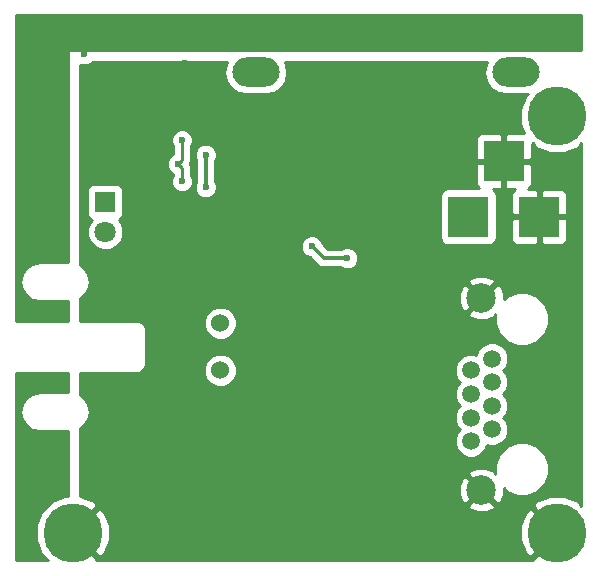
<source format=gbl>
G04 #@! TF.FileFunction,Copper,L2,Bot,Signal*
%FSLAX46Y46*%
G04 Gerber Fmt 4.6, Leading zero omitted, Abs format (unit mm)*
G04 Created by KiCad (PCBNEW 4.0.5) date Sun Feb  5 17:43:36 2017*
%MOMM*%
%LPD*%
G01*
G04 APERTURE LIST*
%ADD10C,0.100000*%
%ADD11R,3.500000X3.500000*%
%ADD12R,1.800000X1.800000*%
%ADD13C,1.800000*%
%ADD14O,4.000500X2.499360*%
%ADD15C,5.000000*%
%ADD16C,1.500000*%
%ADD17C,2.500000*%
%ADD18C,1.524000*%
%ADD19C,0.600000*%
%ADD20C,0.250000*%
%ADD21C,0.300000*%
%ADD22C,0.254000*%
G04 APERTURE END LIST*
D10*
D11*
X179000000Y-100250000D03*
X185000000Y-100250000D03*
X182000000Y-95550000D03*
D12*
X148250000Y-99000000D03*
D13*
X148250000Y-101540000D03*
D14*
X183000740Y-88000000D03*
X160999260Y-88000000D03*
D15*
X186500000Y-127000000D03*
X145500000Y-127000000D03*
X186500000Y-91750000D03*
D16*
X181000000Y-112250000D03*
X179220000Y-113250000D03*
X181000000Y-114250000D03*
X179220000Y-115250000D03*
X181000000Y-116250000D03*
X179220000Y-117250000D03*
X181000000Y-118250000D03*
X179220000Y-119250000D03*
D17*
X180110000Y-107120000D03*
X180110000Y-123380000D03*
D18*
X158000000Y-113250000D03*
X158000000Y-109250000D03*
D19*
X159250000Y-94500000D03*
X152750000Y-93750000D03*
X167500000Y-121250000D03*
X150500000Y-96750000D03*
X156250000Y-100500000D03*
X155500000Y-101750000D03*
X153000000Y-107000000D03*
X148500000Y-106250000D03*
X165000000Y-122750000D03*
X172800000Y-112400000D03*
X172800000Y-108800000D03*
X167400000Y-108200000D03*
X149000000Y-122800000D03*
X154750000Y-123250000D03*
X164000000Y-110250000D03*
X157250000Y-106000000D03*
X174250000Y-101250000D03*
X163000000Y-98750000D03*
X162750000Y-96250000D03*
X152000000Y-88250000D03*
X151250000Y-94250000D03*
X155000000Y-87250000D03*
X156000000Y-88500000D03*
X159000000Y-95250000D03*
X171500000Y-94250000D03*
X167750000Y-95500000D03*
X167250000Y-96500000D03*
X169000000Y-98500000D03*
X174438393Y-97324999D03*
X158250000Y-119000000D03*
X160500000Y-122500000D03*
X161000000Y-126000000D03*
X162500000Y-125000000D03*
X161000000Y-124000000D03*
X158750000Y-122250000D03*
X168000000Y-106000000D03*
X167500000Y-105250000D03*
X165250000Y-99500000D03*
X164750000Y-100250000D03*
X144750000Y-114000000D03*
X144750000Y-108500000D03*
X168750000Y-103750000D03*
X165750000Y-102750000D03*
X163750000Y-86000000D03*
X169000000Y-86000000D03*
X144750000Y-122500000D03*
X146500000Y-86500000D03*
X146500000Y-83500000D03*
X147250000Y-85000000D03*
X154750000Y-93750000D03*
X154749994Y-97250000D03*
X154390000Y-95775999D03*
X156749996Y-95000000D03*
X156750000Y-97750000D03*
D20*
X145500000Y-127000000D02*
X149000000Y-123500000D01*
X149000000Y-123500000D02*
X149000000Y-122800000D01*
D21*
X145250000Y-127500000D02*
X145000000Y-127500000D01*
X165750000Y-102750000D02*
X166750000Y-103750000D01*
X166750000Y-103750000D02*
X168750000Y-103750000D01*
D20*
X154750000Y-94174264D02*
X154750000Y-93750000D01*
X154750000Y-95415999D02*
X154750000Y-94174264D01*
X154390000Y-95775999D02*
X154750000Y-95415999D01*
X154749994Y-96135993D02*
X154749994Y-96825736D01*
X154390000Y-95775999D02*
X154749994Y-96135993D01*
X154749994Y-96825736D02*
X154749994Y-97250000D01*
D21*
X156750000Y-95000004D02*
X156749996Y-95000000D01*
X156750000Y-97750000D02*
X156750000Y-95000004D01*
D22*
G36*
X158455845Y-87278764D02*
X158312382Y-88000000D01*
X158455845Y-88721236D01*
X158864392Y-89332670D01*
X159475826Y-89741217D01*
X160197062Y-89884680D01*
X161801458Y-89884680D01*
X162522694Y-89741217D01*
X163134128Y-89332670D01*
X163542675Y-88721236D01*
X163686138Y-88000000D01*
X163542675Y-87278764D01*
X163441270Y-87127000D01*
X180558730Y-87127000D01*
X180457325Y-87278764D01*
X180313862Y-88000000D01*
X180457325Y-88721236D01*
X180865872Y-89332670D01*
X181477306Y-89741217D01*
X182198542Y-89884680D01*
X183802938Y-89884680D01*
X184051900Y-89835158D01*
X183841436Y-89975421D01*
X183364706Y-91127892D01*
X183365295Y-92375072D01*
X183692494Y-93165000D01*
X182285750Y-93165000D01*
X182127000Y-93323750D01*
X182127000Y-95423000D01*
X184226250Y-95423000D01*
X184385000Y-95264250D01*
X184385000Y-94044608D01*
X184443726Y-93985882D01*
X184725421Y-94408564D01*
X185877892Y-94885294D01*
X187125072Y-94884705D01*
X188274579Y-94408564D01*
X188556274Y-93985882D01*
X188565000Y-93994608D01*
X188565000Y-124755392D01*
X188556274Y-124764118D01*
X188274579Y-124341436D01*
X187122108Y-123864706D01*
X185874928Y-123865295D01*
X184725421Y-124341436D01*
X184443725Y-124764120D01*
X186500000Y-126820395D01*
X186514143Y-126806253D01*
X186693748Y-126985858D01*
X186679605Y-127000000D01*
X186693748Y-127014143D01*
X186514143Y-127193748D01*
X186500000Y-127179605D01*
X184443725Y-129235880D01*
X184496454Y-129315000D01*
X147503546Y-129315000D01*
X147556275Y-129235880D01*
X146127000Y-127806605D01*
X146127000Y-127447395D01*
X147735880Y-129056275D01*
X148158564Y-128774579D01*
X148635294Y-127622108D01*
X148634707Y-126377892D01*
X183364706Y-126377892D01*
X183365295Y-127625072D01*
X183841436Y-128774579D01*
X184264120Y-129056275D01*
X186320395Y-127000000D01*
X184264120Y-124943725D01*
X183841436Y-125225421D01*
X183364706Y-126377892D01*
X148634707Y-126377892D01*
X148634705Y-126374928D01*
X148158564Y-125225421D01*
X147735880Y-124943725D01*
X146127000Y-126552605D01*
X146127000Y-126193395D01*
X147556275Y-124764120D01*
X147522420Y-124713320D01*
X178956285Y-124713320D01*
X179085533Y-125006123D01*
X179785806Y-125274388D01*
X180535435Y-125254250D01*
X181134467Y-125006123D01*
X181263715Y-124713320D01*
X180110000Y-123559605D01*
X178956285Y-124713320D01*
X147522420Y-124713320D01*
X147274579Y-124341436D01*
X146127000Y-123866730D01*
X146127000Y-123055806D01*
X178215612Y-123055806D01*
X178235750Y-123805435D01*
X178483877Y-124404467D01*
X178776680Y-124533715D01*
X179930395Y-123380000D01*
X178776680Y-122226285D01*
X178483877Y-122355533D01*
X178215612Y-123055806D01*
X146127000Y-123055806D01*
X146127000Y-122046680D01*
X178956285Y-122046680D01*
X180110000Y-123200395D01*
X180124143Y-123186253D01*
X180303748Y-123365858D01*
X180289605Y-123380000D01*
X181443320Y-124533715D01*
X181736123Y-124404467D01*
X182004388Y-123704194D01*
X181992142Y-123248355D01*
X182258141Y-123514818D01*
X183088486Y-123859607D01*
X183987570Y-123860391D01*
X184818515Y-123517052D01*
X185454818Y-122881859D01*
X185799607Y-122051514D01*
X185800391Y-121152430D01*
X185457052Y-120321485D01*
X184821859Y-119685182D01*
X183991514Y-119340393D01*
X183092430Y-119339609D01*
X182261485Y-119682948D01*
X181625182Y-120318141D01*
X181280393Y-121148486D01*
X181279624Y-122030768D01*
X181263714Y-122046678D01*
X181134467Y-121753877D01*
X180434194Y-121485612D01*
X179684565Y-121505750D01*
X179085533Y-121753877D01*
X178956285Y-122046680D01*
X146127000Y-122046680D01*
X146127000Y-118130387D01*
X146462640Y-117906120D01*
X146817063Y-117375687D01*
X146941520Y-116750000D01*
X146817063Y-116124313D01*
X146462640Y-115593880D01*
X146127000Y-115369613D01*
X146127000Y-113526661D01*
X156602758Y-113526661D01*
X156814990Y-114040303D01*
X157207630Y-114433629D01*
X157720900Y-114646757D01*
X158276661Y-114647242D01*
X158790303Y-114435010D01*
X159183629Y-114042370D01*
X159396757Y-113529100D01*
X159396761Y-113524285D01*
X177834760Y-113524285D01*
X178045169Y-114033515D01*
X178261313Y-114250036D01*
X178046539Y-114464436D01*
X177835241Y-114973298D01*
X177834760Y-115524285D01*
X178045169Y-116033515D01*
X178261313Y-116250036D01*
X178046539Y-116464436D01*
X177835241Y-116973298D01*
X177834760Y-117524285D01*
X178045169Y-118033515D01*
X178261313Y-118250036D01*
X178046539Y-118464436D01*
X177835241Y-118973298D01*
X177834760Y-119524285D01*
X178045169Y-120033515D01*
X178434436Y-120423461D01*
X178943298Y-120634759D01*
X179494285Y-120635240D01*
X180003515Y-120424831D01*
X180393461Y-120035564D01*
X180583921Y-119576885D01*
X180723298Y-119634759D01*
X181274285Y-119635240D01*
X181783515Y-119424831D01*
X182173461Y-119035564D01*
X182384759Y-118526702D01*
X182385240Y-117975715D01*
X182174831Y-117466485D01*
X181958687Y-117249964D01*
X182173461Y-117035564D01*
X182384759Y-116526702D01*
X182385240Y-115975715D01*
X182174831Y-115466485D01*
X181958687Y-115249964D01*
X182173461Y-115035564D01*
X182384759Y-114526702D01*
X182385240Y-113975715D01*
X182174831Y-113466485D01*
X181958687Y-113249964D01*
X182173461Y-113035564D01*
X182384759Y-112526702D01*
X182385240Y-111975715D01*
X182174831Y-111466485D01*
X181785564Y-111076539D01*
X181276702Y-110865241D01*
X180725715Y-110864760D01*
X180216485Y-111075169D01*
X179826539Y-111464436D01*
X179636079Y-111923115D01*
X179496702Y-111865241D01*
X178945715Y-111864760D01*
X178436485Y-112075169D01*
X178046539Y-112464436D01*
X177835241Y-112973298D01*
X177834760Y-113524285D01*
X159396761Y-113524285D01*
X159397242Y-112973339D01*
X159185010Y-112459697D01*
X158792370Y-112066371D01*
X158279100Y-111853243D01*
X157723339Y-111852758D01*
X157209697Y-112064990D01*
X156816371Y-112457630D01*
X156603243Y-112970900D01*
X156602758Y-113526661D01*
X146127000Y-113526661D01*
X146127000Y-113435000D01*
X151000000Y-113435000D01*
X151262138Y-113382857D01*
X151484368Y-113234368D01*
X151632857Y-113012138D01*
X151685000Y-112750000D01*
X151685000Y-109750000D01*
X151640575Y-109526661D01*
X156602758Y-109526661D01*
X156814990Y-110040303D01*
X157207630Y-110433629D01*
X157720900Y-110646757D01*
X158276661Y-110647242D01*
X158790303Y-110435010D01*
X159183629Y-110042370D01*
X159396757Y-109529100D01*
X159397242Y-108973339D01*
X159185010Y-108459697D01*
X159178645Y-108453320D01*
X178956285Y-108453320D01*
X179085533Y-108746123D01*
X179785806Y-109014388D01*
X180535435Y-108994250D01*
X181134467Y-108746123D01*
X181263714Y-108453322D01*
X181280374Y-108469982D01*
X181279609Y-109347570D01*
X181622948Y-110178515D01*
X182258141Y-110814818D01*
X183088486Y-111159607D01*
X183987570Y-111160391D01*
X184818515Y-110817052D01*
X185454818Y-110181859D01*
X185799607Y-109351514D01*
X185800391Y-108452430D01*
X185457052Y-107621485D01*
X184821859Y-106985182D01*
X183991514Y-106640393D01*
X183092430Y-106639609D01*
X182261485Y-106982948D01*
X181999035Y-107244940D01*
X181984250Y-106694565D01*
X181736123Y-106095533D01*
X181443320Y-105966285D01*
X180289605Y-107120000D01*
X180303748Y-107134143D01*
X180124143Y-107313748D01*
X180110000Y-107299605D01*
X178956285Y-108453320D01*
X159178645Y-108453320D01*
X158792370Y-108066371D01*
X158279100Y-107853243D01*
X157723339Y-107852758D01*
X157209697Y-108064990D01*
X156816371Y-108457630D01*
X156603243Y-108970900D01*
X156602758Y-109526661D01*
X151640575Y-109526661D01*
X151632857Y-109487862D01*
X151484368Y-109265632D01*
X151262138Y-109117143D01*
X151000000Y-109065000D01*
X146127000Y-109065000D01*
X146127000Y-107130387D01*
X146462640Y-106906120D01*
X146536349Y-106795806D01*
X178215612Y-106795806D01*
X178235750Y-107545435D01*
X178483877Y-108144467D01*
X178776680Y-108273715D01*
X179930395Y-107120000D01*
X178776680Y-105966285D01*
X178483877Y-106095533D01*
X178215612Y-106795806D01*
X146536349Y-106795806D01*
X146817063Y-106375687D01*
X146934223Y-105786680D01*
X178956285Y-105786680D01*
X180110000Y-106940395D01*
X181263715Y-105786680D01*
X181134467Y-105493877D01*
X180434194Y-105225612D01*
X179684565Y-105245750D01*
X179085533Y-105493877D01*
X178956285Y-105786680D01*
X146934223Y-105786680D01*
X146941520Y-105750000D01*
X146817063Y-105124313D01*
X146462640Y-104593880D01*
X146127000Y-104369613D01*
X146127000Y-98100000D01*
X146702560Y-98100000D01*
X146702560Y-99900000D01*
X146746838Y-100135317D01*
X146885910Y-100351441D01*
X147098110Y-100496431D01*
X147118534Y-100500567D01*
X146949449Y-100669357D01*
X146715267Y-101233330D01*
X146714735Y-101843991D01*
X146947932Y-102408371D01*
X147379357Y-102840551D01*
X147943330Y-103074733D01*
X148553991Y-103075265D01*
X148893054Y-102935167D01*
X164814838Y-102935167D01*
X164956883Y-103278943D01*
X165219673Y-103542192D01*
X165563201Y-103684838D01*
X165574690Y-103684848D01*
X166194921Y-104305079D01*
X166449594Y-104475245D01*
X166750000Y-104535001D01*
X166750005Y-104535000D01*
X168212494Y-104535000D01*
X168219673Y-104542192D01*
X168563201Y-104684838D01*
X168935167Y-104685162D01*
X169278943Y-104543117D01*
X169542192Y-104280327D01*
X169684838Y-103936799D01*
X169685162Y-103564833D01*
X169543117Y-103221057D01*
X169280327Y-102957808D01*
X168936799Y-102815162D01*
X168564833Y-102814838D01*
X168221057Y-102956883D01*
X168212926Y-102965000D01*
X167075158Y-102965000D01*
X166685153Y-102574995D01*
X166685162Y-102564833D01*
X166543117Y-102221057D01*
X166280327Y-101957808D01*
X165936799Y-101815162D01*
X165564833Y-101814838D01*
X165221057Y-101956883D01*
X164957808Y-102219673D01*
X164815162Y-102563201D01*
X164814838Y-102935167D01*
X148893054Y-102935167D01*
X149118371Y-102842068D01*
X149550551Y-102410643D01*
X149784733Y-101846670D01*
X149785265Y-101236009D01*
X149552068Y-100671629D01*
X149384120Y-100503387D01*
X149385317Y-100503162D01*
X149601441Y-100364090D01*
X149746431Y-100151890D01*
X149797440Y-99900000D01*
X149797440Y-98100000D01*
X149753162Y-97864683D01*
X149614090Y-97648559D01*
X149401890Y-97503569D01*
X149150000Y-97452560D01*
X147350000Y-97452560D01*
X147114683Y-97496838D01*
X146898559Y-97635910D01*
X146753569Y-97848110D01*
X146702560Y-98100000D01*
X146127000Y-98100000D01*
X146127000Y-95961166D01*
X153454838Y-95961166D01*
X153596883Y-96304942D01*
X153859673Y-96568191D01*
X153989994Y-96622305D01*
X153989994Y-96687537D01*
X153957802Y-96719673D01*
X153815156Y-97063201D01*
X153814832Y-97435167D01*
X153956877Y-97778943D01*
X154219667Y-98042192D01*
X154563195Y-98184838D01*
X154935161Y-98185162D01*
X155278937Y-98043117D01*
X155542186Y-97780327D01*
X155684832Y-97436799D01*
X155685156Y-97064833D01*
X155543111Y-96721057D01*
X155509994Y-96687882D01*
X155509994Y-96135993D01*
X155475543Y-95962798D01*
X155452142Y-95845153D01*
X155405935Y-95776000D01*
X155452148Y-95706838D01*
X155510000Y-95415999D01*
X155510000Y-95185167D01*
X155814834Y-95185167D01*
X155956879Y-95528943D01*
X155965000Y-95537078D01*
X155965000Y-97212494D01*
X155957808Y-97219673D01*
X155815162Y-97563201D01*
X155814838Y-97935167D01*
X155956883Y-98278943D01*
X156219673Y-98542192D01*
X156563201Y-98684838D01*
X156935167Y-98685162D01*
X157278943Y-98543117D01*
X157322135Y-98500000D01*
X176602560Y-98500000D01*
X176602560Y-102000000D01*
X176646838Y-102235317D01*
X176785910Y-102451441D01*
X176998110Y-102596431D01*
X177250000Y-102647440D01*
X180750000Y-102647440D01*
X180985317Y-102603162D01*
X181201441Y-102464090D01*
X181346431Y-102251890D01*
X181397440Y-102000000D01*
X181397440Y-100535750D01*
X182615000Y-100535750D01*
X182615000Y-102126310D01*
X182711673Y-102359699D01*
X182890302Y-102538327D01*
X183123691Y-102635000D01*
X184714250Y-102635000D01*
X184873000Y-102476250D01*
X184873000Y-100377000D01*
X185127000Y-100377000D01*
X185127000Y-102476250D01*
X185285750Y-102635000D01*
X186876309Y-102635000D01*
X187109698Y-102538327D01*
X187288327Y-102359699D01*
X187385000Y-102126310D01*
X187385000Y-100535750D01*
X187226250Y-100377000D01*
X185127000Y-100377000D01*
X184873000Y-100377000D01*
X182773750Y-100377000D01*
X182615000Y-100535750D01*
X181397440Y-100535750D01*
X181397440Y-98500000D01*
X181353162Y-98264683D01*
X181214090Y-98048559D01*
X181047891Y-97935000D01*
X181714250Y-97935000D01*
X181873000Y-97776250D01*
X181873000Y-95677000D01*
X182127000Y-95677000D01*
X182127000Y-97776250D01*
X182285750Y-97935000D01*
X182954696Y-97935000D01*
X182890302Y-97961673D01*
X182711673Y-98140301D01*
X182615000Y-98373690D01*
X182615000Y-99964250D01*
X182773750Y-100123000D01*
X184873000Y-100123000D01*
X184873000Y-98023750D01*
X185127000Y-98023750D01*
X185127000Y-100123000D01*
X187226250Y-100123000D01*
X187385000Y-99964250D01*
X187385000Y-98373690D01*
X187288327Y-98140301D01*
X187109698Y-97961673D01*
X186876309Y-97865000D01*
X185285750Y-97865000D01*
X185127000Y-98023750D01*
X184873000Y-98023750D01*
X184714250Y-97865000D01*
X184045304Y-97865000D01*
X184109698Y-97838327D01*
X184288327Y-97659699D01*
X184385000Y-97426310D01*
X184385000Y-95835750D01*
X184226250Y-95677000D01*
X182127000Y-95677000D01*
X181873000Y-95677000D01*
X179773750Y-95677000D01*
X179615000Y-95835750D01*
X179615000Y-97426310D01*
X179711673Y-97659699D01*
X179890302Y-97838327D01*
X179924663Y-97852560D01*
X177250000Y-97852560D01*
X177014683Y-97896838D01*
X176798559Y-98035910D01*
X176653569Y-98248110D01*
X176602560Y-98500000D01*
X157322135Y-98500000D01*
X157542192Y-98280327D01*
X157684838Y-97936799D01*
X157685162Y-97564833D01*
X157543117Y-97221057D01*
X157535000Y-97212926D01*
X157535000Y-95537502D01*
X157542188Y-95530327D01*
X157684834Y-95186799D01*
X157685158Y-94814833D01*
X157543113Y-94471057D01*
X157280323Y-94207808D01*
X156936795Y-94065162D01*
X156564829Y-94064838D01*
X156221053Y-94206883D01*
X155957804Y-94469673D01*
X155815158Y-94813201D01*
X155814834Y-95185167D01*
X155510000Y-95185167D01*
X155510000Y-94312463D01*
X155542192Y-94280327D01*
X155684838Y-93936799D01*
X155685067Y-93673690D01*
X179615000Y-93673690D01*
X179615000Y-95264250D01*
X179773750Y-95423000D01*
X181873000Y-95423000D01*
X181873000Y-93323750D01*
X181714250Y-93165000D01*
X180123691Y-93165000D01*
X179890302Y-93261673D01*
X179711673Y-93440301D01*
X179615000Y-93673690D01*
X155685067Y-93673690D01*
X155685162Y-93564833D01*
X155543117Y-93221057D01*
X155280327Y-92957808D01*
X154936799Y-92815162D01*
X154564833Y-92814838D01*
X154221057Y-92956883D01*
X153957808Y-93219673D01*
X153815162Y-93563201D01*
X153814838Y-93935167D01*
X153956883Y-94278943D01*
X153990000Y-94312118D01*
X153990000Y-94929604D01*
X153861057Y-94982882D01*
X153597808Y-95245672D01*
X153455162Y-95589200D01*
X153454838Y-95961166D01*
X146127000Y-95961166D01*
X146127000Y-87357520D01*
X146313201Y-87434838D01*
X146685167Y-87435162D01*
X147028943Y-87293117D01*
X147195350Y-87127000D01*
X158557250Y-87127000D01*
X158455845Y-87278764D01*
X158455845Y-87278764D01*
G37*
X158455845Y-87278764D02*
X158312382Y-88000000D01*
X158455845Y-88721236D01*
X158864392Y-89332670D01*
X159475826Y-89741217D01*
X160197062Y-89884680D01*
X161801458Y-89884680D01*
X162522694Y-89741217D01*
X163134128Y-89332670D01*
X163542675Y-88721236D01*
X163686138Y-88000000D01*
X163542675Y-87278764D01*
X163441270Y-87127000D01*
X180558730Y-87127000D01*
X180457325Y-87278764D01*
X180313862Y-88000000D01*
X180457325Y-88721236D01*
X180865872Y-89332670D01*
X181477306Y-89741217D01*
X182198542Y-89884680D01*
X183802938Y-89884680D01*
X184051900Y-89835158D01*
X183841436Y-89975421D01*
X183364706Y-91127892D01*
X183365295Y-92375072D01*
X183692494Y-93165000D01*
X182285750Y-93165000D01*
X182127000Y-93323750D01*
X182127000Y-95423000D01*
X184226250Y-95423000D01*
X184385000Y-95264250D01*
X184385000Y-94044608D01*
X184443726Y-93985882D01*
X184725421Y-94408564D01*
X185877892Y-94885294D01*
X187125072Y-94884705D01*
X188274579Y-94408564D01*
X188556274Y-93985882D01*
X188565000Y-93994608D01*
X188565000Y-124755392D01*
X188556274Y-124764118D01*
X188274579Y-124341436D01*
X187122108Y-123864706D01*
X185874928Y-123865295D01*
X184725421Y-124341436D01*
X184443725Y-124764120D01*
X186500000Y-126820395D01*
X186514143Y-126806253D01*
X186693748Y-126985858D01*
X186679605Y-127000000D01*
X186693748Y-127014143D01*
X186514143Y-127193748D01*
X186500000Y-127179605D01*
X184443725Y-129235880D01*
X184496454Y-129315000D01*
X147503546Y-129315000D01*
X147556275Y-129235880D01*
X146127000Y-127806605D01*
X146127000Y-127447395D01*
X147735880Y-129056275D01*
X148158564Y-128774579D01*
X148635294Y-127622108D01*
X148634707Y-126377892D01*
X183364706Y-126377892D01*
X183365295Y-127625072D01*
X183841436Y-128774579D01*
X184264120Y-129056275D01*
X186320395Y-127000000D01*
X184264120Y-124943725D01*
X183841436Y-125225421D01*
X183364706Y-126377892D01*
X148634707Y-126377892D01*
X148634705Y-126374928D01*
X148158564Y-125225421D01*
X147735880Y-124943725D01*
X146127000Y-126552605D01*
X146127000Y-126193395D01*
X147556275Y-124764120D01*
X147522420Y-124713320D01*
X178956285Y-124713320D01*
X179085533Y-125006123D01*
X179785806Y-125274388D01*
X180535435Y-125254250D01*
X181134467Y-125006123D01*
X181263715Y-124713320D01*
X180110000Y-123559605D01*
X178956285Y-124713320D01*
X147522420Y-124713320D01*
X147274579Y-124341436D01*
X146127000Y-123866730D01*
X146127000Y-123055806D01*
X178215612Y-123055806D01*
X178235750Y-123805435D01*
X178483877Y-124404467D01*
X178776680Y-124533715D01*
X179930395Y-123380000D01*
X178776680Y-122226285D01*
X178483877Y-122355533D01*
X178215612Y-123055806D01*
X146127000Y-123055806D01*
X146127000Y-122046680D01*
X178956285Y-122046680D01*
X180110000Y-123200395D01*
X180124143Y-123186253D01*
X180303748Y-123365858D01*
X180289605Y-123380000D01*
X181443320Y-124533715D01*
X181736123Y-124404467D01*
X182004388Y-123704194D01*
X181992142Y-123248355D01*
X182258141Y-123514818D01*
X183088486Y-123859607D01*
X183987570Y-123860391D01*
X184818515Y-123517052D01*
X185454818Y-122881859D01*
X185799607Y-122051514D01*
X185800391Y-121152430D01*
X185457052Y-120321485D01*
X184821859Y-119685182D01*
X183991514Y-119340393D01*
X183092430Y-119339609D01*
X182261485Y-119682948D01*
X181625182Y-120318141D01*
X181280393Y-121148486D01*
X181279624Y-122030768D01*
X181263714Y-122046678D01*
X181134467Y-121753877D01*
X180434194Y-121485612D01*
X179684565Y-121505750D01*
X179085533Y-121753877D01*
X178956285Y-122046680D01*
X146127000Y-122046680D01*
X146127000Y-118130387D01*
X146462640Y-117906120D01*
X146817063Y-117375687D01*
X146941520Y-116750000D01*
X146817063Y-116124313D01*
X146462640Y-115593880D01*
X146127000Y-115369613D01*
X146127000Y-113526661D01*
X156602758Y-113526661D01*
X156814990Y-114040303D01*
X157207630Y-114433629D01*
X157720900Y-114646757D01*
X158276661Y-114647242D01*
X158790303Y-114435010D01*
X159183629Y-114042370D01*
X159396757Y-113529100D01*
X159396761Y-113524285D01*
X177834760Y-113524285D01*
X178045169Y-114033515D01*
X178261313Y-114250036D01*
X178046539Y-114464436D01*
X177835241Y-114973298D01*
X177834760Y-115524285D01*
X178045169Y-116033515D01*
X178261313Y-116250036D01*
X178046539Y-116464436D01*
X177835241Y-116973298D01*
X177834760Y-117524285D01*
X178045169Y-118033515D01*
X178261313Y-118250036D01*
X178046539Y-118464436D01*
X177835241Y-118973298D01*
X177834760Y-119524285D01*
X178045169Y-120033515D01*
X178434436Y-120423461D01*
X178943298Y-120634759D01*
X179494285Y-120635240D01*
X180003515Y-120424831D01*
X180393461Y-120035564D01*
X180583921Y-119576885D01*
X180723298Y-119634759D01*
X181274285Y-119635240D01*
X181783515Y-119424831D01*
X182173461Y-119035564D01*
X182384759Y-118526702D01*
X182385240Y-117975715D01*
X182174831Y-117466485D01*
X181958687Y-117249964D01*
X182173461Y-117035564D01*
X182384759Y-116526702D01*
X182385240Y-115975715D01*
X182174831Y-115466485D01*
X181958687Y-115249964D01*
X182173461Y-115035564D01*
X182384759Y-114526702D01*
X182385240Y-113975715D01*
X182174831Y-113466485D01*
X181958687Y-113249964D01*
X182173461Y-113035564D01*
X182384759Y-112526702D01*
X182385240Y-111975715D01*
X182174831Y-111466485D01*
X181785564Y-111076539D01*
X181276702Y-110865241D01*
X180725715Y-110864760D01*
X180216485Y-111075169D01*
X179826539Y-111464436D01*
X179636079Y-111923115D01*
X179496702Y-111865241D01*
X178945715Y-111864760D01*
X178436485Y-112075169D01*
X178046539Y-112464436D01*
X177835241Y-112973298D01*
X177834760Y-113524285D01*
X159396761Y-113524285D01*
X159397242Y-112973339D01*
X159185010Y-112459697D01*
X158792370Y-112066371D01*
X158279100Y-111853243D01*
X157723339Y-111852758D01*
X157209697Y-112064990D01*
X156816371Y-112457630D01*
X156603243Y-112970900D01*
X156602758Y-113526661D01*
X146127000Y-113526661D01*
X146127000Y-113435000D01*
X151000000Y-113435000D01*
X151262138Y-113382857D01*
X151484368Y-113234368D01*
X151632857Y-113012138D01*
X151685000Y-112750000D01*
X151685000Y-109750000D01*
X151640575Y-109526661D01*
X156602758Y-109526661D01*
X156814990Y-110040303D01*
X157207630Y-110433629D01*
X157720900Y-110646757D01*
X158276661Y-110647242D01*
X158790303Y-110435010D01*
X159183629Y-110042370D01*
X159396757Y-109529100D01*
X159397242Y-108973339D01*
X159185010Y-108459697D01*
X159178645Y-108453320D01*
X178956285Y-108453320D01*
X179085533Y-108746123D01*
X179785806Y-109014388D01*
X180535435Y-108994250D01*
X181134467Y-108746123D01*
X181263714Y-108453322D01*
X181280374Y-108469982D01*
X181279609Y-109347570D01*
X181622948Y-110178515D01*
X182258141Y-110814818D01*
X183088486Y-111159607D01*
X183987570Y-111160391D01*
X184818515Y-110817052D01*
X185454818Y-110181859D01*
X185799607Y-109351514D01*
X185800391Y-108452430D01*
X185457052Y-107621485D01*
X184821859Y-106985182D01*
X183991514Y-106640393D01*
X183092430Y-106639609D01*
X182261485Y-106982948D01*
X181999035Y-107244940D01*
X181984250Y-106694565D01*
X181736123Y-106095533D01*
X181443320Y-105966285D01*
X180289605Y-107120000D01*
X180303748Y-107134143D01*
X180124143Y-107313748D01*
X180110000Y-107299605D01*
X178956285Y-108453320D01*
X159178645Y-108453320D01*
X158792370Y-108066371D01*
X158279100Y-107853243D01*
X157723339Y-107852758D01*
X157209697Y-108064990D01*
X156816371Y-108457630D01*
X156603243Y-108970900D01*
X156602758Y-109526661D01*
X151640575Y-109526661D01*
X151632857Y-109487862D01*
X151484368Y-109265632D01*
X151262138Y-109117143D01*
X151000000Y-109065000D01*
X146127000Y-109065000D01*
X146127000Y-107130387D01*
X146462640Y-106906120D01*
X146536349Y-106795806D01*
X178215612Y-106795806D01*
X178235750Y-107545435D01*
X178483877Y-108144467D01*
X178776680Y-108273715D01*
X179930395Y-107120000D01*
X178776680Y-105966285D01*
X178483877Y-106095533D01*
X178215612Y-106795806D01*
X146536349Y-106795806D01*
X146817063Y-106375687D01*
X146934223Y-105786680D01*
X178956285Y-105786680D01*
X180110000Y-106940395D01*
X181263715Y-105786680D01*
X181134467Y-105493877D01*
X180434194Y-105225612D01*
X179684565Y-105245750D01*
X179085533Y-105493877D01*
X178956285Y-105786680D01*
X146934223Y-105786680D01*
X146941520Y-105750000D01*
X146817063Y-105124313D01*
X146462640Y-104593880D01*
X146127000Y-104369613D01*
X146127000Y-98100000D01*
X146702560Y-98100000D01*
X146702560Y-99900000D01*
X146746838Y-100135317D01*
X146885910Y-100351441D01*
X147098110Y-100496431D01*
X147118534Y-100500567D01*
X146949449Y-100669357D01*
X146715267Y-101233330D01*
X146714735Y-101843991D01*
X146947932Y-102408371D01*
X147379357Y-102840551D01*
X147943330Y-103074733D01*
X148553991Y-103075265D01*
X148893054Y-102935167D01*
X164814838Y-102935167D01*
X164956883Y-103278943D01*
X165219673Y-103542192D01*
X165563201Y-103684838D01*
X165574690Y-103684848D01*
X166194921Y-104305079D01*
X166449594Y-104475245D01*
X166750000Y-104535001D01*
X166750005Y-104535000D01*
X168212494Y-104535000D01*
X168219673Y-104542192D01*
X168563201Y-104684838D01*
X168935167Y-104685162D01*
X169278943Y-104543117D01*
X169542192Y-104280327D01*
X169684838Y-103936799D01*
X169685162Y-103564833D01*
X169543117Y-103221057D01*
X169280327Y-102957808D01*
X168936799Y-102815162D01*
X168564833Y-102814838D01*
X168221057Y-102956883D01*
X168212926Y-102965000D01*
X167075158Y-102965000D01*
X166685153Y-102574995D01*
X166685162Y-102564833D01*
X166543117Y-102221057D01*
X166280327Y-101957808D01*
X165936799Y-101815162D01*
X165564833Y-101814838D01*
X165221057Y-101956883D01*
X164957808Y-102219673D01*
X164815162Y-102563201D01*
X164814838Y-102935167D01*
X148893054Y-102935167D01*
X149118371Y-102842068D01*
X149550551Y-102410643D01*
X149784733Y-101846670D01*
X149785265Y-101236009D01*
X149552068Y-100671629D01*
X149384120Y-100503387D01*
X149385317Y-100503162D01*
X149601441Y-100364090D01*
X149746431Y-100151890D01*
X149797440Y-99900000D01*
X149797440Y-98100000D01*
X149753162Y-97864683D01*
X149614090Y-97648559D01*
X149401890Y-97503569D01*
X149150000Y-97452560D01*
X147350000Y-97452560D01*
X147114683Y-97496838D01*
X146898559Y-97635910D01*
X146753569Y-97848110D01*
X146702560Y-98100000D01*
X146127000Y-98100000D01*
X146127000Y-95961166D01*
X153454838Y-95961166D01*
X153596883Y-96304942D01*
X153859673Y-96568191D01*
X153989994Y-96622305D01*
X153989994Y-96687537D01*
X153957802Y-96719673D01*
X153815156Y-97063201D01*
X153814832Y-97435167D01*
X153956877Y-97778943D01*
X154219667Y-98042192D01*
X154563195Y-98184838D01*
X154935161Y-98185162D01*
X155278937Y-98043117D01*
X155542186Y-97780327D01*
X155684832Y-97436799D01*
X155685156Y-97064833D01*
X155543111Y-96721057D01*
X155509994Y-96687882D01*
X155509994Y-96135993D01*
X155475543Y-95962798D01*
X155452142Y-95845153D01*
X155405935Y-95776000D01*
X155452148Y-95706838D01*
X155510000Y-95415999D01*
X155510000Y-95185167D01*
X155814834Y-95185167D01*
X155956879Y-95528943D01*
X155965000Y-95537078D01*
X155965000Y-97212494D01*
X155957808Y-97219673D01*
X155815162Y-97563201D01*
X155814838Y-97935167D01*
X155956883Y-98278943D01*
X156219673Y-98542192D01*
X156563201Y-98684838D01*
X156935167Y-98685162D01*
X157278943Y-98543117D01*
X157322135Y-98500000D01*
X176602560Y-98500000D01*
X176602560Y-102000000D01*
X176646838Y-102235317D01*
X176785910Y-102451441D01*
X176998110Y-102596431D01*
X177250000Y-102647440D01*
X180750000Y-102647440D01*
X180985317Y-102603162D01*
X181201441Y-102464090D01*
X181346431Y-102251890D01*
X181397440Y-102000000D01*
X181397440Y-100535750D01*
X182615000Y-100535750D01*
X182615000Y-102126310D01*
X182711673Y-102359699D01*
X182890302Y-102538327D01*
X183123691Y-102635000D01*
X184714250Y-102635000D01*
X184873000Y-102476250D01*
X184873000Y-100377000D01*
X185127000Y-100377000D01*
X185127000Y-102476250D01*
X185285750Y-102635000D01*
X186876309Y-102635000D01*
X187109698Y-102538327D01*
X187288327Y-102359699D01*
X187385000Y-102126310D01*
X187385000Y-100535750D01*
X187226250Y-100377000D01*
X185127000Y-100377000D01*
X184873000Y-100377000D01*
X182773750Y-100377000D01*
X182615000Y-100535750D01*
X181397440Y-100535750D01*
X181397440Y-98500000D01*
X181353162Y-98264683D01*
X181214090Y-98048559D01*
X181047891Y-97935000D01*
X181714250Y-97935000D01*
X181873000Y-97776250D01*
X181873000Y-95677000D01*
X182127000Y-95677000D01*
X182127000Y-97776250D01*
X182285750Y-97935000D01*
X182954696Y-97935000D01*
X182890302Y-97961673D01*
X182711673Y-98140301D01*
X182615000Y-98373690D01*
X182615000Y-99964250D01*
X182773750Y-100123000D01*
X184873000Y-100123000D01*
X184873000Y-98023750D01*
X185127000Y-98023750D01*
X185127000Y-100123000D01*
X187226250Y-100123000D01*
X187385000Y-99964250D01*
X187385000Y-98373690D01*
X187288327Y-98140301D01*
X187109698Y-97961673D01*
X186876309Y-97865000D01*
X185285750Y-97865000D01*
X185127000Y-98023750D01*
X184873000Y-98023750D01*
X184714250Y-97865000D01*
X184045304Y-97865000D01*
X184109698Y-97838327D01*
X184288327Y-97659699D01*
X184385000Y-97426310D01*
X184385000Y-95835750D01*
X184226250Y-95677000D01*
X182127000Y-95677000D01*
X181873000Y-95677000D01*
X179773750Y-95677000D01*
X179615000Y-95835750D01*
X179615000Y-97426310D01*
X179711673Y-97659699D01*
X179890302Y-97838327D01*
X179924663Y-97852560D01*
X177250000Y-97852560D01*
X177014683Y-97896838D01*
X176798559Y-98035910D01*
X176653569Y-98248110D01*
X176602560Y-98500000D01*
X157322135Y-98500000D01*
X157542192Y-98280327D01*
X157684838Y-97936799D01*
X157685162Y-97564833D01*
X157543117Y-97221057D01*
X157535000Y-97212926D01*
X157535000Y-95537502D01*
X157542188Y-95530327D01*
X157684834Y-95186799D01*
X157685158Y-94814833D01*
X157543113Y-94471057D01*
X157280323Y-94207808D01*
X156936795Y-94065162D01*
X156564829Y-94064838D01*
X156221053Y-94206883D01*
X155957804Y-94469673D01*
X155815158Y-94813201D01*
X155814834Y-95185167D01*
X155510000Y-95185167D01*
X155510000Y-94312463D01*
X155542192Y-94280327D01*
X155684838Y-93936799D01*
X155685067Y-93673690D01*
X179615000Y-93673690D01*
X179615000Y-95264250D01*
X179773750Y-95423000D01*
X181873000Y-95423000D01*
X181873000Y-93323750D01*
X181714250Y-93165000D01*
X180123691Y-93165000D01*
X179890302Y-93261673D01*
X179711673Y-93440301D01*
X179615000Y-93673690D01*
X155685067Y-93673690D01*
X155685162Y-93564833D01*
X155543117Y-93221057D01*
X155280327Y-92957808D01*
X154936799Y-92815162D01*
X154564833Y-92814838D01*
X154221057Y-92956883D01*
X153957808Y-93219673D01*
X153815162Y-93563201D01*
X153814838Y-93935167D01*
X153956883Y-94278943D01*
X153990000Y-94312118D01*
X153990000Y-94929604D01*
X153861057Y-94982882D01*
X153597808Y-95245672D01*
X153455162Y-95589200D01*
X153454838Y-95961166D01*
X146127000Y-95961166D01*
X146127000Y-87357520D01*
X146313201Y-87434838D01*
X146685167Y-87435162D01*
X147028943Y-87293117D01*
X147195350Y-87127000D01*
X158557250Y-87127000D01*
X158455845Y-87278764D01*
G36*
X186693748Y-91735858D02*
X186679605Y-91750000D01*
X186693748Y-91764143D01*
X186514143Y-91943748D01*
X186500000Y-91929605D01*
X186485858Y-91943748D01*
X186306253Y-91764143D01*
X186320395Y-91750000D01*
X186306253Y-91735858D01*
X186485858Y-91556253D01*
X186500000Y-91570395D01*
X186514143Y-91556253D01*
X186693748Y-91735858D01*
X186693748Y-91735858D01*
G37*
X186693748Y-91735858D02*
X186679605Y-91750000D01*
X186693748Y-91764143D01*
X186514143Y-91943748D01*
X186500000Y-91929605D01*
X186485858Y-91943748D01*
X186306253Y-91764143D01*
X186320395Y-91750000D01*
X186306253Y-91735858D01*
X186485858Y-91556253D01*
X186500000Y-91570395D01*
X186514143Y-91556253D01*
X186693748Y-91735858D01*
G36*
X145123000Y-115115000D02*
X142693480Y-115115000D01*
X142067793Y-115239457D01*
X141537360Y-115593880D01*
X141182937Y-116124313D01*
X141058480Y-116750000D01*
X141182937Y-117375687D01*
X141537360Y-117906120D01*
X142067793Y-118260543D01*
X142693480Y-118385000D01*
X145123000Y-118385000D01*
X145123000Y-123864670D01*
X144879146Y-123864457D01*
X143726485Y-124340727D01*
X142843826Y-125221847D01*
X142365546Y-126373674D01*
X142364457Y-127620854D01*
X142840727Y-128773515D01*
X143381268Y-129315000D01*
X140685000Y-129315000D01*
X140685000Y-113435000D01*
X145123000Y-113435000D01*
X145123000Y-115115000D01*
X145123000Y-115115000D01*
G37*
X145123000Y-115115000D02*
X142693480Y-115115000D01*
X142067793Y-115239457D01*
X141537360Y-115593880D01*
X141182937Y-116124313D01*
X141058480Y-116750000D01*
X141182937Y-117375687D01*
X141537360Y-117906120D01*
X142067793Y-118260543D01*
X142693480Y-118385000D01*
X145123000Y-118385000D01*
X145123000Y-123864670D01*
X144879146Y-123864457D01*
X143726485Y-124340727D01*
X142843826Y-125221847D01*
X142365546Y-126373674D01*
X142364457Y-127620854D01*
X142840727Y-128773515D01*
X143381268Y-129315000D01*
X140685000Y-129315000D01*
X140685000Y-113435000D01*
X145123000Y-113435000D01*
X145123000Y-115115000D01*
G36*
X188565000Y-86123000D02*
X183841548Y-86123000D01*
X183802938Y-86115320D01*
X182198542Y-86115320D01*
X182159932Y-86123000D01*
X161840068Y-86123000D01*
X161801458Y-86115320D01*
X160197062Y-86115320D01*
X160158452Y-86123000D01*
X145250000Y-86123000D01*
X145200590Y-86133006D01*
X145158965Y-86161447D01*
X145131685Y-86203841D01*
X145123000Y-86250000D01*
X145123000Y-104115000D01*
X142693480Y-104115000D01*
X142067793Y-104239457D01*
X141537360Y-104593880D01*
X141182937Y-105124313D01*
X141058480Y-105750000D01*
X141182937Y-106375687D01*
X141537360Y-106906120D01*
X142067793Y-107260543D01*
X142693480Y-107385000D01*
X145123000Y-107385000D01*
X145123000Y-109065000D01*
X140685000Y-109065000D01*
X140685000Y-83185000D01*
X188565000Y-83185000D01*
X188565000Y-86123000D01*
X188565000Y-86123000D01*
G37*
X188565000Y-86123000D02*
X183841548Y-86123000D01*
X183802938Y-86115320D01*
X182198542Y-86115320D01*
X182159932Y-86123000D01*
X161840068Y-86123000D01*
X161801458Y-86115320D01*
X160197062Y-86115320D01*
X160158452Y-86123000D01*
X145250000Y-86123000D01*
X145200590Y-86133006D01*
X145158965Y-86161447D01*
X145131685Y-86203841D01*
X145123000Y-86250000D01*
X145123000Y-104115000D01*
X142693480Y-104115000D01*
X142067793Y-104239457D01*
X141537360Y-104593880D01*
X141182937Y-105124313D01*
X141058480Y-105750000D01*
X141182937Y-106375687D01*
X141537360Y-106906120D01*
X142067793Y-107260543D01*
X142693480Y-107385000D01*
X145123000Y-107385000D01*
X145123000Y-109065000D01*
X140685000Y-109065000D01*
X140685000Y-83185000D01*
X188565000Y-83185000D01*
X188565000Y-86123000D01*
M02*

</source>
